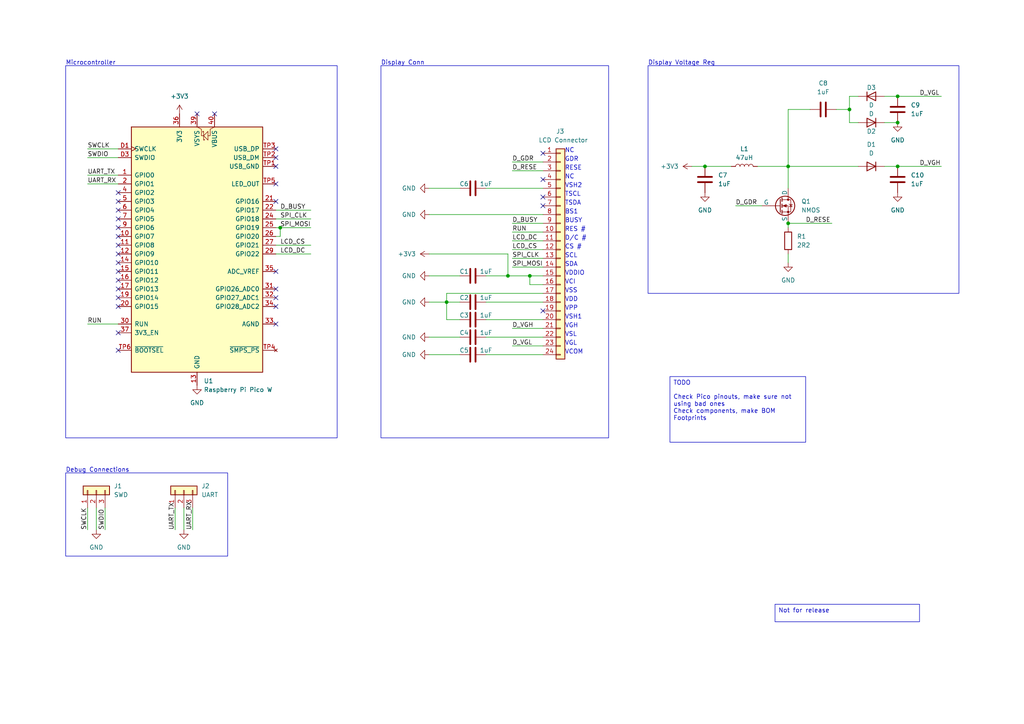
<source format=kicad_sch>
(kicad_sch (version 20230121) (generator eeschema)
  (paper "A4")
  (title_block (title "Weatherbox Base PCB") (date "2023-06-17") (rev "1") (company "George Peppard") (comment 1 "github.com/inventor02/weatherbox") (comment 3 "see hardware/LICENSE in the source repository. (c) George Peppard 2023.") (comment 4 "Licensed under the CERN Open Hardware License Version 2 - Permissive. For details,"))
  (lib_symbols
    (symbol "Connector_Generic:Conn_01x03" (pin_names (offset 1.016) hide)
      (property "Reference" "J" (at 0 5.08 0))
      (property "Value" "Conn_01x03" (at 0 -5.08 0))
      (symbol "Conn_01x03_1_1"
        (rectangle (start -1.27 -2.413) (end 0 -2.667) (stroke (width 0.1524)))
        (rectangle (start -1.27 0.127) (end 0 -0.127) (stroke (width 0.1524)))
        (rectangle (start -1.27 2.667) (end 0 2.413) (stroke (width 0.1524)))
        (rectangle (start -1.27 3.81) (end 1.27 -3.81) (stroke (width 0.254)) (fill (type background)))
        (pin passive line (at -5.08 2.54 0) (length 3.81) (name "Pin_1") (number "1"))
        (pin passive line (at -5.08 0 0) (length 3.81) (name "Pin_2") (number "2"))
        (pin passive line (at -5.08 -2.54 0) (length 3.81) (name "Pin_3") (number "3"))
      )
    )
    (symbol "Connector_Generic:Conn_01x24" (pin_names (offset 1.016) hide)
      (property "Reference" "J" (at 0 30.48 0))
      (property "Value" "Conn_01x24" (at 0 -33.02 0))
      (symbol "Conn_01x24_1_1"
        (rectangle (start -1.27 -30.353) (end 0 -30.607) (stroke (width 0.1524)))
        (rectangle (start -1.27 -27.813) (end 0 -28.067) (stroke (width 0.1524)))
        (rectangle (start -1.27 -25.273) (end 0 -25.527) (stroke (width 0.1524)))
        (rectangle (start -1.27 -22.733) (end 0 -22.987) (stroke (width 0.1524)))
        (rectangle (start -1.27 -20.193) (end 0 -20.447) (stroke (width 0.1524)))
        (rectangle (start -1.27 -17.653) (end 0 -17.907) (stroke (width 0.1524)))
        (rectangle (start -1.27 -15.113) (end 0 -15.367) (stroke (width 0.1524)))
        (rectangle (start -1.27 -12.573) (end 0 -12.827) (stroke (width 0.1524)))
        (rectangle (start -1.27 -10.033) (end 0 -10.287) (stroke (width 0.1524)))
        (rectangle (start -1.27 -7.493) (end 0 -7.747) (stroke (width 0.1524)))
        (rectangle (start -1.27 -4.953) (end 0 -5.207) (stroke (width 0.1524)))
        (rectangle (start -1.27 -2.413) (end 0 -2.667) (stroke (width 0.1524)))
        (rectangle (start -1.27 0.127) (end 0 -0.127) (stroke (width 0.1524)))
        (rectangle (start -1.27 2.667) (end 0 2.413) (stroke (width 0.1524)))
        (rectangle (start -1.27 5.207) (end 0 4.953) (stroke (width 0.1524)))
        (rectangle (start -1.27 7.747) (end 0 7.493) (stroke (width 0.1524)))
        (rectangle (start -1.27 10.287) (end 0 10.033) (stroke (width 0.1524)))
        (rectangle (start -1.27 12.827) (end 0 12.573) (stroke (width 0.1524)))
        (rectangle (start -1.27 15.367) (end 0 15.113) (stroke (width 0.1524)))
        (rectangle (start -1.27 17.907) (end 0 17.653) (stroke (width 0.1524)))
        (rectangle (start -1.27 20.447) (end 0 20.193) (stroke (width 0.1524)))
        (rectangle (start -1.27 22.987) (end 0 22.733) (stroke (width 0.1524)))
        (rectangle (start -1.27 25.527) (end 0 25.273) (stroke (width 0.1524)))
        (rectangle (start -1.27 28.067) (end 0 27.813) (stroke (width 0.1524)))
        (rectangle (start -1.27 29.21) (end 1.27 -31.75) (stroke (width 0.254)) (fill (type background)))
        (pin passive line (at -5.08 27.94 0) (length 3.81) (name "Pin_1") (number "1"))
        (pin passive line (at -5.08 5.08 0) (length 3.81) (name "Pin_10") (number "10"))
        (pin passive line (at -5.08 2.54 0) (length 3.81) (name "Pin_11") (number "11"))
        (pin passive line (at -5.08 0 0) (length 3.81) (name "Pin_12") (number "12"))
        (pin passive line (at -5.08 -2.54 0) (length 3.81) (name "Pin_13") (number "13"))
        (pin passive line (at -5.08 -5.08 0) (length 3.81) (name "Pin_14") (number "14"))
        (pin passive line (at -5.08 -7.62 0) (length 3.81) (name "Pin_15") (number "15"))
        (pin passive line (at -5.08 -10.16 0) (length 3.81) (name "Pin_16") (number "16"))
        (pin passive line (at -5.08 -12.7 0) (length 3.81) (name "Pin_17") (number "17"))
        (pin passive line (at -5.08 -15.24 0) (length 3.81) (name "Pin_18") (number "18"))
        (pin passive line (at -5.08 -17.78 0) (length 3.81) (name "Pin_19") (number "19"))
        (pin passive line (at -5.08 25.4 0) (length 3.81) (name "Pin_2") (number "2"))
        (pin passive line (at -5.08 -20.32 0) (length 3.81) (name "Pin_20") (number "20"))
        (pin passive line (at -5.08 -22.86 0) (length 3.81) (name "Pin_21") (number "21"))
        (pin passive line (at -5.08 -25.4 0) (length 3.81) (name "Pin_22") (number "22"))
        (pin passive line (at -5.08 -27.94 0) (length 3.81) (name "Pin_23") (number "23"))
        (pin passive line (at -5.08 -30.48 0) (length 3.81) (name "Pin_24") (number "24"))
        (pin passive line (at -5.08 22.86 0) (length 3.81) (name "Pin_3") (number "3"))
        (pin passive line (at -5.08 20.32 0) (length 3.81) (name "Pin_4") (number "4"))
        (pin passive line (at -5.08 17.78 0) (length 3.81) (name "Pin_5") (number "5"))
        (pin passive line (at -5.08 15.24 0) (length 3.81) (name "Pin_6") (number "6"))
        (pin passive line (at -5.08 12.7 0) (length 3.81) (name "Pin_7") (number "7"))
        (pin passive line (at -5.08 10.16 0) (length 3.81) (name "Pin_8") (number "8"))
        (pin passive line (at -5.08 7.62 0) (length 3.81) (name "Pin_9") (number "9"))
      )
    )
    (symbol "Device:C" (pin_numbers hide) (pin_names (offset 0.254))
      (property "Reference" "C" (at 0.635 2.54 0))
      (property "Value" "C" (at 0.635 -2.54 0))
      (symbol "C_0_1"
        (polyline (pts (xy -2.032 -0.762) (xy 2.032 -0.762)) (stroke (width 0.508)))
        (polyline (pts (xy -2.032 0.762) (xy 2.032 0.762)) (stroke (width 0.508)))
      )
      (symbol "C_1_1"
        (pin passive line (at 0 3.81 270) (length 2.794) (name "~") (number "1"))
        (pin passive line (at 0 -3.81 90) (length 2.794) (name "~") (number "2"))
      )
    )
    (symbol "Device:D" (pin_numbers hide) (pin_names (offset 1.016) hide)
      (property "Reference" "D" (at 0 2.54 0))
      (property "Value" "D" (at 0 -2.54 0))
      (symbol "D_0_1"
        (polyline (pts (xy -1.27 1.27) (xy -1.27 -1.27)) (stroke (width 0.254)))
        (polyline (pts (xy 1.27 0) (xy -1.27 0)))
        (polyline (pts (xy 1.27 1.27) (xy 1.27 -1.27) (xy -1.27 0) (xy 1.27 1.27)) (stroke (width 0.254)))
      )
      (symbol "D_1_1"
        (pin passive line (at -3.81 0 0) (length 2.54) (name "K") (number "1"))
        (pin passive line (at 3.81 0 180) (length 2.54) (name "A") (number "2"))
      )
    )
    (symbol "Device:L" (pin_numbers hide) (pin_names (offset 1.016) hide)
      (property "Reference" "L" (at -1.27 0 90))
      (property "Value" "L" (at 1.905 0 90))
      (symbol "L_0_1"
        (arc (start 0 -2.54) (mid 0.6323 -1.905) (end 0 -1.27))
        (arc (start 0 -1.27) (mid 0.6323 -0.635) (end 0 0))
        (arc (start 0 0) (mid 0.6323 0.635) (end 0 1.27))
        (arc (start 0 1.27) (mid 0.6323 1.905) (end 0 2.54))
      )
      (symbol "L_1_1"
        (pin passive line (at 0 3.81 270) (length 1.27) (name "1") (number "1"))
        (pin passive line (at 0 -3.81 90) (length 1.27) (name "2") (number "2"))
      )
    )
    (symbol "Device:R" (pin_numbers hide) (pin_names (offset 0))
      (property "Reference" "R" (at 2.032 0 90))
      (property "Value" "R" (at 0 0 90))
      (symbol "R_0_1"
        (rectangle (start -1.016 -2.54) (end 1.016 2.54) (stroke (width 0.254)))
      )
      (symbol "R_1_1"
        (pin passive line (at 0 3.81 270) (length 1.27) (name "~") (number "1"))
        (pin passive line (at 0 -3.81 90) (length 1.27) (name "~") (number "2"))
      )
    )
    (symbol "MCU_Module_RaspberryPi_Pico:RaspberryPi_Pico_W_SecondaryPins" (pin_names (offset 0.889))
      (property "Reference" "U" (at -19.05 38.1 0))
      (property "Value" "RaspberryPi_Pico_W_SecondaryPins" (at 7.62 38.1 0))
      (symbol "RaspberryPi_Pico_W_SecondaryPins_0_1"
        (rectangle (start -19.05 36.83) (end 19.05 -34.29) (stroke (width 0.254)) (fill (type background)))
        (polyline (pts (xy 0 36.83) (xy 1.27 36.195) (xy 1.27 34.29) (xy 1.905 34.29)))
        (polyline (pts (xy 1.905 34.29) (xy 3.175 35.56) (xy 3.175 33.02) (xy 1.905 34.29)))
        (polyline (pts (xy 5.08 36.83) (xy 3.81 36.195) (xy 3.81 34.29) (xy 3.175 34.29)))
        (polyline (pts (xy 1.651 35.306) (xy 1.651 35.56) (xy 1.905 35.56) (xy 1.905 33.02) (xy 2.159 33.02) (xy 2.159 33.274)))
      )
      (symbol "RaspberryPi_Pico_W_SecondaryPins_1_1"
        (pin bidirectional line (at -22.86 22.86 0) (length 3.81) (name "GPIO0") (number "1"))
        (pin bidirectional line (at -22.86 5.08 0) (length 3.81) (name "GPIO7") (number "10"))
        (pin bidirectional line (at -22.86 2.54 0) (length 3.81) (name "GPIO8") (number "11"))
        (pin bidirectional line (at -22.86 0 0) (length 3.81) (name "GPIO9") (number "12"))
        (pin power_out line (at 0 -38.1 90) (length 3.81) (name "GND") (number "13"))
        (pin bidirectional line (at -22.86 -2.54 0) (length 3.81) (name "GPIO10") (number "14"))
        (pin bidirectional line (at -22.86 -5.08 0) (length 3.81) (name "GPIO11") (number "15"))
        (pin bidirectional line (at -22.86 -7.62 0) (length 3.81) (name "GPIO12") (number "16"))
        (pin bidirectional line (at -22.86 -10.16 0) (length 3.81) (name "GPIO13") (number "17"))
        (pin passive line (at 0 -38.1 90) (length 3.81) hide (name "GND") (number "18"))
        (pin bidirectional line (at -22.86 -12.7 0) (length 3.81) (name "GPIO14") (number "19"))
        (pin bidirectional line (at -22.86 20.32 0) (length 3.81) (name "GPIO1") (number "2"))
        (pin bidirectional line (at -22.86 -15.24 0) (length 3.81) (name "GPIO15") (number "20"))
        (pin bidirectional line (at 22.86 15.24 180) (length 3.81) (name "GPIO16") (number "21"))
        (pin bidirectional line (at 22.86 12.7 180) (length 3.81) (name "GPIO17") (number "22"))
        (pin passive line (at 0 -38.1 90) (length 3.81) hide (name "GND") (number "23"))
        (pin bidirectional line (at 22.86 10.16 180) (length 3.81) (name "GPIO18") (number "24"))
        (pin bidirectional line (at 22.86 7.62 180) (length 3.81) (name "GPIO19") (number "25"))
        (pin bidirectional line (at 22.86 5.08 180) (length 3.81) (name "GPIO20") (number "26"))
        (pin bidirectional line (at 22.86 2.54 180) (length 3.81) (name "GPIO21") (number "27"))
        (pin passive line (at 0 -38.1 90) (length 3.81) hide (name "GND") (number "28"))
        (pin bidirectional line (at 22.86 0 180) (length 3.81) (name "GPIO22") (number "29"))
        (pin passive line (at 0 -38.1 90) (length 3.81) hide (name "GND") (number "3"))
        (pin input line (at -22.86 -20.32 0) (length 3.81) (name "RUN") (number "30"))
        (pin bidirectional line (at 22.86 -10.16 180) (length 3.81) (name "GPIO26_ADC0") (number "31"))
        (pin bidirectional line (at 22.86 -12.7 180) (length 3.81) (name "GPIO27_ADC1") (number "32"))
        (pin power_in line (at 22.86 -20.32 180) (length 3.81) (name "AGND") (number "33"))
        (pin bidirectional line (at 22.86 -15.24 180) (length 3.81) (name "GPIO28_ADC2") (number "34"))
        (pin power_in line (at 22.86 -5.08 180) (length 3.81) (name "ADC_VREF") (number "35"))
        (pin power_out line (at -5.08 40.64 270) (length 3.81) (name "3V3") (number "36"))
        (pin input line (at -22.86 -22.86 0) (length 3.81) (name "3V3_EN") (number "37"))
        (pin passive line (at 0 -38.1 90) (length 3.81) hide (name "GND") (number "38"))
        (pin power_in line (at 0 40.64 270) (length 3.81) (name "VSYS") (number "39"))
        (pin bidirectional line (at -22.86 17.78 0) (length 3.81) (name "GPIO2") (number "4"))
        (pin power_out line (at 5.08 40.64 270) (length 3.81) (name "VBUS") (number "40"))
        (pin bidirectional line (at -22.86 15.24 0) (length 3.81) (name "GPIO3") (number "5"))
        (pin bidirectional line (at -22.86 12.7 0) (length 3.81) (name "GPIO4") (number "6"))
        (pin bidirectional line (at -22.86 10.16 0) (length 3.81) (name "GPIO5") (number "7"))
        (pin passive line (at 0 -38.1 90) (length 3.81) hide (name "GND") (number "8"))
        (pin bidirectional line (at -22.86 7.62 0) (length 3.81) (name "GPIO6") (number "9"))
        (pin input clock (at -22.86 30.48 0) (length 3.81) (name "SWCLK") (number "D1"))
        (pin passive line (at 0 -38.1 90) (length 3.81) hide (name "GND") (number "D2"))
        (pin bidirectional line (at -22.86 27.94 0) (length 3.81) (name "SWDIO") (number "D3"))
        (pin power_out line (at 22.86 25.4 180) (length 3.81) (name "USB_GND") (number "TP1"))
        (pin bidirectional line (at 22.86 27.94 180) (length 3.81) (name "USB_DM") (number "TP2"))
        (pin bidirectional line (at 22.86 30.48 180) (length 3.81) (name "USB_DP") (number "TP3"))
        (pin no_connect line (at 22.86 -27.94 180) (length 3.81) (name "~{SMPS_PS}") (number "TP4"))
        (pin output line (at 22.86 20.32 180) (length 3.81) (name "LED_OUT") (number "TP5"))
        (pin input line (at -22.86 -27.94 0) (length 3.81) (name "~{BOOTSEL}") (number "TP6"))
      )
    )
    (symbol "Simulation_SPICE:NMOS" (pin_numbers hide) (pin_names (offset 0))
      (property "Reference" "Q" (at 5.08 1.27 0))
      (property "Value" "NMOS" (at 5.08 -1.27 0))
      (symbol "NMOS_0_1"
        (polyline (pts (xy 0.254 0) (xy -2.54 0)))
        (polyline (pts (xy 0.254 1.905) (xy 0.254 -1.905)) (stroke (width 0.254)))
        (polyline (pts (xy 0.762 -1.27) (xy 0.762 -2.286)) (stroke (width 0.254)))
        (polyline (pts (xy 0.762 0.508) (xy 0.762 -0.508)) (stroke (width 0.254)))
        (polyline (pts (xy 0.762 2.286) (xy 0.762 1.27)) (stroke (width 0.254)))
        (polyline (pts (xy 2.54 2.54) (xy 2.54 1.778)))
        (polyline (pts (xy 2.54 -2.54) (xy 2.54 0) (xy 0.762 0)))
        (polyline (pts (xy 0.762 -1.778) (xy 3.302 -1.778) (xy 3.302 1.778) (xy 0.762 1.778)))
        (polyline (pts (xy 1.016 0) (xy 2.032 0.381) (xy 2.032 -0.381) (xy 1.016 0)) (fill (type outline)))
        (polyline (pts (xy 2.794 0.508) (xy 2.921 0.381) (xy 3.683 0.381) (xy 3.81 0.254)))
        (polyline (pts (xy 3.302 0.381) (xy 2.921 -0.254) (xy 3.683 -0.254) (xy 3.302 0.381)))
        (circle (center 1.651 0) (radius 2.794) (stroke (width 0.254)))
        (circle (center 2.54 -1.778) (radius 0.254) (fill (type outline)))
        (circle (center 2.54 1.778) (radius 0.254) (fill (type outline)))
      )
      (symbol "NMOS_1_1"
        (pin passive line (at 2.54 5.08 270) (length 2.54) (name "D") (number "1"))
        (pin input line (at -5.08 0 0) (length 2.54) (name "G") (number "2"))
        (pin passive line (at 2.54 -5.08 90) (length 2.54) (name "S") (number "3"))
      )
    )
    (symbol "power:+3V3" (power) (pin_names (offset 0))
      (property "Value" "+3V3" (at 0 3.556 0))
      (symbol "+3V3_0_1"
        (polyline (pts (xy -0.762 1.27) (xy 0 2.54)))
        (polyline (pts (xy 0 0) (xy 0 2.54)))
        (polyline (pts (xy 0 2.54) (xy 0.762 1.27)))
      )
      (symbol "+3V3_1_1"
        (pin power_in line (at 0 0 90) (length 0) hide (name "+3V3") (number "1"))
      )
    )
    (symbol "power:GND" (power) (pin_names (offset 0))
      (property "Value" "GND" (at 0 -3.81 0))
      (symbol "GND_0_1"
        (polyline (pts (xy 0 0) (xy 0 -1.27) (xy 1.27 -1.27) (xy 0 -2.54) (xy -1.27 -1.27) (xy 0 -1.27)))
      )
      (symbol "GND_1_1"
        (pin power_in line (at 0 0 270) (length 0) hide (name "GND") (number "1"))
      )
    )
  )
  (junction (at 147.32 80.01))
  (junction (at 129.54 87.63))
  (junction (at 260.35 27.94))
  (junction (at 228.6 48.26))
  (junction (at 246.38 31.75))
  (junction (at 153.67 80.01))
  (junction (at 204.47 48.26))
  (junction (at 260.35 35.56))
  (junction (at 81.28 66.04))
  (junction (at 228.6 64.77))
  (junction (at 260.35 48.26))
  (no_connect (at 80.01 88.9))
  (no_connect (at 157.48 44.45))
  (no_connect (at 34.29 86.36))
  (no_connect (at 34.29 81.28))
  (no_connect (at 57.15 33.02))
  (no_connect (at 80.01 43.18))
  (no_connect (at 34.29 68.58))
  (no_connect (at 34.29 58.42))
  (no_connect (at 34.29 66.04))
  (no_connect (at 34.29 76.2))
  (no_connect (at 34.29 73.66))
  (no_connect (at 34.29 78.74))
  (no_connect (at 157.48 52.07))
  (no_connect (at 157.48 59.69))
  (no_connect (at 34.29 101.6))
  (no_connect (at 80.01 83.82))
  (no_connect (at 62.23 33.02))
  (no_connect (at 34.29 55.88))
  (no_connect (at 80.01 45.72))
  (no_connect (at 80.01 53.34))
  (no_connect (at 80.01 78.74))
  (no_connect (at 80.01 86.36))
  (no_connect (at 157.48 90.17))
  (no_connect (at 80.01 48.26))
  (no_connect (at 157.48 57.15))
  (no_connect (at 80.01 58.42))
  (no_connect (at 34.29 96.52))
  (no_connect (at 34.29 63.5))
  (no_connect (at 34.29 88.9))
  (no_connect (at 34.29 60.96))
  (no_connect (at 34.29 71.12))
  (no_connect (at 34.29 83.82))
  (no_connect (at 80.01 93.98))
  (wire (pts (xy 228.6 48.26) (xy 228.6 54.61)))
  (wire (pts (xy 30.48 147.32) (xy 30.48 153.67)))
  (wire (pts (xy 213.36 59.69) (xy 220.98 59.69)))
  (wire (pts (xy 157.48 85.09) (xy 129.54 85.09)))
  (wire (pts (xy 80.01 60.96) (xy 90.17 60.96)))
  (wire (pts (xy 148.59 49.53) (xy 157.48 49.53)))
  (wire (pts (xy 124.46 73.66) (xy 147.32 73.66)))
  (wire (pts (xy 80.01 73.66) (xy 90.17 73.66)))
  (wire (pts (xy 133.35 92.71) (xy 129.54 92.71)))
  (wire (pts (xy 148.59 95.25) (xy 157.48 95.25)))
  (wire (pts (xy 256.54 27.94) (xy 260.35 27.94)))
  (wire (pts (xy 81.28 66.04) (xy 90.17 66.04)))
  (wire (pts (xy 148.59 46.99) (xy 157.48 46.99)))
  (wire (pts (xy 248.92 27.94) (xy 246.38 27.94)))
  (wire (pts (xy 246.38 27.94) (xy 246.38 31.75)))
  (wire (pts (xy 124.46 87.63) (xy 129.54 87.63)))
  (wire (pts (xy 124.46 97.79) (xy 133.35 97.79)))
  (wire (pts (xy 25.4 53.34) (xy 34.29 53.34)))
  (wire (pts (xy 124.46 80.01) (xy 133.35 80.01)))
  (wire (pts (xy 228.6 31.75) (xy 228.6 48.26)))
  (wire (pts (xy 234.95 31.75) (xy 228.6 31.75)))
  (wire (pts (xy 124.46 54.61) (xy 133.35 54.61)))
  (wire (pts (xy 256.54 35.56) (xy 260.35 35.56)))
  (wire (pts (xy 25.4 45.72) (xy 34.29 45.72)))
  (wire (pts (xy 148.59 67.31) (xy 157.48 67.31)))
  (wire (pts (xy 148.59 77.47) (xy 157.48 77.47)))
  (wire (pts (xy 153.67 82.55) (xy 157.48 82.55)))
  (wire (pts (xy 148.59 72.39) (xy 157.48 72.39)))
  (wire (pts (xy 25.4 147.32) (xy 25.4 153.67)))
  (wire (pts (xy 200.66 48.26) (xy 204.47 48.26)))
  (wire (pts (xy 148.59 64.77) (xy 157.48 64.77)))
  (wire (pts (xy 157.48 92.71) (xy 140.97 92.71)))
  (wire (pts (xy 228.6 64.77) (xy 241.3 64.77)))
  (wire (pts (xy 246.38 31.75) (xy 246.38 35.56)))
  (wire (pts (xy 81.28 66.04) (xy 81.28 68.58)))
  (wire (pts (xy 204.47 48.26) (xy 212.09 48.26)))
  (wire (pts (xy 25.4 43.18) (xy 34.29 43.18)))
  (wire (pts (xy 153.67 80.01) (xy 157.48 80.01)))
  (wire (pts (xy 80.01 66.04) (xy 81.28 66.04)))
  (wire (pts (xy 140.97 54.61) (xy 157.48 54.61)))
  (wire (pts (xy 80.01 63.5) (xy 90.17 63.5)))
  (wire (pts (xy 27.94 147.32) (xy 27.94 153.67)))
  (wire (pts (xy 80.01 68.58) (xy 81.28 68.58)))
  (wire (pts (xy 55.88 147.32) (xy 55.88 153.67)))
  (wire (pts (xy 153.67 80.01) (xy 153.67 82.55)))
  (wire (pts (xy 147.32 73.66) (xy 147.32 80.01)))
  (wire (pts (xy 53.34 147.32) (xy 53.34 153.67)))
  (wire (pts (xy 219.71 48.26) (xy 228.6 48.26)))
  (wire (pts (xy 228.6 48.26) (xy 248.92 48.26)))
  (wire (pts (xy 129.54 87.63) (xy 133.35 87.63)))
  (wire (pts (xy 228.6 64.77) (xy 228.6 66.04)))
  (wire (pts (xy 148.59 69.85) (xy 157.48 69.85)))
  (wire (pts (xy 228.6 73.66) (xy 228.6 76.2)))
  (wire (pts (xy 124.46 62.23) (xy 157.48 62.23)))
  (wire (pts (xy 129.54 92.71) (xy 129.54 87.63)))
  (wire (pts (xy 50.8 147.32) (xy 50.8 153.67)))
  (wire (pts (xy 129.54 85.09) (xy 129.54 87.63)))
  (wire (pts (xy 256.54 48.26) (xy 260.35 48.26)))
  (wire (pts (xy 140.97 80.01) (xy 147.32 80.01)))
  (wire (pts (xy 80.01 71.12) (xy 90.17 71.12)))
  (wire (pts (xy 140.97 102.87) (xy 157.48 102.87)))
  (wire (pts (xy 148.59 74.93) (xy 157.48 74.93)))
  (wire (pts (xy 140.97 87.63) (xy 157.48 87.63)))
  (wire (pts (xy 242.57 31.75) (xy 246.38 31.75)))
  (wire (pts (xy 25.4 50.8) (xy 34.29 50.8)))
  (wire (pts (xy 246.38 35.56) (xy 248.92 35.56)))
  (wire (pts (xy 124.46 102.87) (xy 133.35 102.87)))
  (wire (pts (xy 260.35 27.94) (xy 273.05 27.94)))
  (wire (pts (xy 140.97 97.79) (xy 157.48 97.79)))
  (wire (pts (xy 260.35 48.26) (xy 273.05 48.26)))
  (wire (pts (xy 147.32 80.01) (xy 153.67 80.01)))
  (wire (pts (xy 25.4 93.98) (xy 34.29 93.98)))
  (wire (pts (xy 148.59 100.33) (xy 157.48 100.33)))
  (rectangle (start 110.49 19.05) (end 176.53 127))
  (rectangle (start 187.96 19.05) (end 278.13 85.09))
  (rectangle (start 19.05 137.16) (end 66.04 161.29))
  (rectangle (start 19.05 19.05) (end 97.79 127))
  (text_box "Not for release" (at 224.79 175.26 0) (size 41.91 5.08) (effects (font (size 1.27 1.27)) (justify left top)))
  (text_box "TODO\n\nCheck Pico pinouts, make sure not using bad ones\nCheck components, make BOM\nFootprints" (at 194.31 109.22 0) (size 39.37 19.05) (effects (font (size 1.27 1.27)) (justify left top)))
  (text "Microcontroller" (at 19.05 19.05 0) (effects (font (size 1.27 1.27)) (justify left bottom)))
  (text "NC" (at 163.83 44.45 0) (effects (font (size 1.27 1.27)) (justify left bottom)))
  (text "NC" (at 163.83 52.07 0) (effects (font (size 1.27 1.27)) (justify left bottom)))
  (text "TSCL" (at 163.8139 57.1149 0) (effects (font (size 1.27 1.27)) (justify left bottom)))
  (text "RESE" (at 163.83 49.53 0) (effects (font (size 1.27 1.27)) (justify left bottom)))
  (text "VGH" (at 163.83 95.25 0) (effects (font (size 1.27 1.27)) (justify left bottom)))
  (text "Display Voltage Reg" (at 187.96 19.05 0) (effects (font (size 1.27 1.27)) (justify left bottom)))
  (text "VGL" (at 163.83 100.33 0) (effects (font (size 1.27 1.27)) (justify left bottom)))
  (text "BS1" (at 163.83 62.23 0) (effects (font (size 1.27 1.27)) (justify left bottom)))
  (text "TSDA" (at 163.83 59.69 0) (effects (font (size 1.27 1.27)) (justify left bottom)))
  (text "SCL" (at 163.83 74.93 0) (effects (font (size 1.27 1.27)) (justify left bottom)))
  (text "VSL" (at 163.83 97.79 0) (effects (font (size 1.27 1.27)) (justify left bottom)))
  (text "Debug Connections" (at 19.05 137.16 0) (effects (font (size 1.27 1.27)) (justify left bottom)))
  (text "VSS" (at 163.83 85.09 0) (effects (font (size 1.27 1.27)) (justify left bottom)))
  (text "VDDIO" (at 163.83 80.01 0) (effects (font (size 1.27 1.27)) (justify left bottom)))
  (text "Display Conn" (at 110.49 19.05 0) (effects (font (size 1.27 1.27)) (justify left bottom)))
  (text "GDR" (at 163.83 46.99 0) (effects (font (size 1.27 1.27)) (justify left bottom)))
  (text "VCOM" (at 163.83 102.87 0) (effects (font (size 1.27 1.27)) (justify left bottom)))
  (text "SDA" (at 163.83 77.47 0) (effects (font (size 1.27 1.27)) (justify left bottom)))
  (text "VSH1" (at 163.83 92.71 0) (effects (font (size 1.27 1.27)) (justify left bottom)))
  (text "RES #" (at 163.83 67.31 0) (effects (font (size 1.27 1.27)) (justify left bottom)))
  (text "VSH2" (at 163.83 54.61 0) (effects (font (size 1.27 1.27)) (justify left bottom)))
  (text "D/C #" (at 163.83 69.85 0) (effects (font (size 1.27 1.27)) (justify left bottom)))
  (text "VCI" (at 163.83 82.55 0) (effects (font (size 1.27 1.27)) (justify left bottom)))
  (text "VPP" (at 163.83 90.17 0) (effects (font (size 1.27 1.27)) (justify left bottom)))
  (text "VDD" (at 163.83 87.63 0) (effects (font (size 1.27 1.27)) (justify left bottom)))
  (text "CS #" (at 163.83 72.39 0) (effects (font (size 1.27 1.27)) (justify left bottom)))
  (text "BUSY" (at 163.83 64.77 0) (effects (font (size 1.27 1.27)) (justify left bottom)))
  (label "SWCLK" (at 25.4 153.67 90))
  (label "LCD_DC" (at 148.59 69.85 0))
  (label "UART_RX" (at 25.4 53.34 0))
  (label "UART_TX" (at 50.8 153.67 90))
  (label "SPI_MOSI" (at 148.59 77.47 0))
  (label "D_VGL" (at 266.7 27.94 0))
  (label "LCD_CS" (at 81.28 71.12 0))
  (label "D_VGH" (at 266.7 48.26 0))
  (label "LCD_DC" (at 81.28 73.66 0))
  (label "SPI_CLK" (at 81.28 63.5 0))
  (label "RUN" (at 25.4 93.98 0))
  (label "RUN" (at 148.59 67.31 0))
  (label "D_GDR" (at 148.59 46.99 0))
  (label "LCD_CS" (at 148.59 72.39 0))
  (label "D_BUSY" (at 81.28 60.96 0))
  (label "SWDIO" (at 25.4 45.72 0))
  (label "D_RESE" (at 233.68 64.77 0))
  (label "UART_TX" (at 25.4 50.8 0))
  (label "D_BUSY" (at 148.59 64.77 0))
  (label "SWDIO" (at 30.48 153.67 90))
  (label "D_VGL" (at 148.59 100.33 0))
  (label "SPI_MOSI" (at 81.28 66.04 0))
  (label "SWCLK" (at 25.4 43.18 0))
  (label "SPI_CLK" (at 148.59 74.93 0))
  (label "D_VGH" (at 148.59 95.25 0))
  (label "D_RESE" (at 148.59 49.53 0))
  (label "UART_RX" (at 55.88 153.67 90))
  (label "D_GDR" (at 213.36 59.69 0))
  (symbol (lib_id "power:GND") (at 57.15 111.76 0) (unit 1)
    (property "Reference" "#PWR01" (effects hide))
    (property "Value" "GND" (at 57.15 116.84 0))
  )
  (symbol (lib_id "Connector_Generic:Conn_01x03") (at 53.34 142.24 90) (unit 1)
    (property "Reference" "J2" (at 58.42 140.97 90) (effects (justify right)))
    (property "Value" "UART" (at 58.42 143.51 90) (effects (justify right)))
    (property "Footprint" "Connector_JST:JST_SH_SM03B-SRSS-TB_1x03-1MP_P1.00mm_Horizontal" (effects hide))
  )
  (symbol (lib_id "power:+3V3") (at 124.46 73.66 90) (unit 1)
    (property "Reference" "#PWR06" (effects hide))
    (property "Value" "+3V3" (at 120.65 73.66 90) (effects (justify left)))
  )
  (symbol (lib_id "Device:C") (at 137.16 54.61 90) (unit 1)
    (property "Reference" "C6" (at 134.62 53.34 90))
    (property "Value" "1uF" (at 140.97 53.34 90))
  )
  (symbol (lib_id "power:GND") (at 124.46 62.23 270) (unit 1)
    (property "Reference" "#PWR011" (effects hide))
    (property "Value" "GND" (at 118.6105 62.232 90))
  )
  (symbol (lib_id "power:GND") (at 260.35 35.56 0) (unit 1)
    (property "Reference" "#PWR015" (effects hide))
    (property "Value" "GND" (at 260.35 40.64 0))
  )
  (symbol (lib_id "MCU_Module_RaspberryPi_Pico:RaspberryPi_Pico_W_SecondaryPins") (at 57.15 73.66 0) (unit 1)
    (property "Reference" "U1" (at 59.1059 110.49 0) (effects (justify left)))
    (property "Value" "Raspberry Pi Pico W" (at 59.1059 113.03 0) (effects (justify left)))
    (property "Footprint" "Module_RaspberryPi_Pico:RaspberryPi_Pico_W_SMD_MountingHoles_Castellated_HandSolder" (effects hide))
    (property "Datasheet" "https://datasheets.raspberrypi.com/picow/pico-w-datasheet.pdf" (effects hide))
  )
  (symbol (lib_id "Device:R") (at 228.6 69.85 0) (unit 1)
    (property "Reference" "R1" (at 231.14 68.58 0) (effects (justify left)))
    (property "Value" "2R2" (at 231.14 71.12 0) (effects (justify left)))
  )
  (symbol (lib_id "Device:C") (at 137.16 97.79 90) (unit 1)
    (property "Reference" "C4" (at 134.62 96.52 90))
    (property "Value" "1uF" (at 140.97 96.52 90))
  )
  (symbol (lib_id "power:GND") (at 53.34 153.67 0) (unit 1)
    (property "Reference" "#PWR03" (effects hide))
    (property "Value" "GND" (at 53.34 158.75 0))
  )
  (symbol (lib_id "Device:C") (at 137.16 102.87 90) (unit 1)
    (property "Reference" "C5" (at 134.62 101.6 90))
    (property "Value" "1uF" (at 140.97 101.6 90))
  )
  (symbol (lib_id "power:+3V3") (at 200.66 48.26 90) (unit 1)
    (property "Reference" "#PWR012" (effects hide))
    (property "Value" "+3V3" (at 196.85 48.26 90) (effects (justify left)))
  )
  (symbol (lib_id "Connector_Generic:Conn_01x24") (at 162.56 72.39 0) (unit 1)
    (property "Reference" "J3" (at 161.29 38.1 0) (effects (justify left)))
    (property "Value" "LCD Connector" (at 156.21 40.64 0) (effects (justify left)))
  )
  (symbol (lib_id "Device:C") (at 260.35 52.07 0) (unit 1)
    (property "Reference" "C10" (at 264.16 50.8 0) (effects (justify left)))
    (property "Value" "1uF" (at 264.16 53.34 0) (effects (justify left)))
  )
  (symbol (lib_id "Device:C") (at 137.16 92.71 90) (unit 1)
    (property "Reference" "C3" (at 134.62 91.44 90))
    (property "Value" "1uF" (at 140.97 91.44 90))
  )
  (symbol (lib_id "Device:C") (at 260.35 31.75 0) (unit 1)
    (property "Reference" "C9" (at 264.16 30.48 0) (effects (justify left)))
    (property "Value" "1uF" (at 264.16 33.02 0) (effects (justify left)))
  )
  (symbol (lib_id "power:GND") (at 228.6 76.2 0) (unit 1)
    (property "Reference" "#PWR014" (effects hide))
    (property "Value" "GND" (at 228.6 81.28 0))
  )
  (symbol (lib_id "Device:C") (at 204.47 52.07 0) (unit 1)
    (property "Reference" "C7" (at 208.28 50.8 0) (effects (justify left)))
    (property "Value" "1uF" (at 208.28 53.34 0) (effects (justify left)))
  )
  (symbol (lib_id "power:GND") (at 124.46 102.87 270) (unit 1)
    (property "Reference" "#PWR09" (effects hide))
    (property "Value" "GND" (at 120.65 102.87 90) (effects (justify right)))
  )
  (symbol (lib_id "Device:L") (at 215.9 48.26 90) (unit 1)
    (property "Reference" "L1" (at 215.9 43.18 90))
    (property "Value" "47uH" (at 215.9 45.72 90))
  )
  (symbol (lib_id "power:GND") (at 124.46 80.01 270) (unit 1)
    (property "Reference" "#PWR05" (effects hide))
    (property "Value" "GND" (at 120.65 80.01 90) (effects (justify right)))
  )
  (symbol (lib_id "Device:D") (at 252.73 27.94 0) (unit 1)
    (property "Reference" "D3" (at 252.73 25.4 0))
    (property "Value" "D" (at 252.73 30.48 0))
    (property "Sim.Device" "D" (effects hide))
    (property "Sim.Pins" "1=K 2=A" (effects hide))
  )
  (symbol (lib_id "power:GND") (at 124.46 87.63 270) (unit 1)
    (property "Reference" "#PWR07" (effects hide))
    (property "Value" "GND" (at 120.65 87.63 90) (effects (justify right)))
  )
  (symbol (lib_id "Simulation_SPICE:NMOS") (at 226.06 59.69 0) (unit 1)
    (property "Reference" "Q1" (at 232.41 58.42 0) (effects (justify left)))
    (property "Value" "NMOS" (at 232.41 60.96 0) (effects (justify left)))
    (property "Datasheet" "https://ngspice.sourceforge.io/docs/ngspice-manual.pdf" (effects hide))
    (property "Sim.Device" "NMOS" (effects hide))
    (property "Sim.Type" "VDMOS" (effects hide))
    (property "Sim.Pins" "1=D 2=G 3=S" (effects hide))
  )
  (symbol (lib_id "power:GND") (at 124.46 97.79 270) (unit 1)
    (property "Reference" "#PWR08" (effects hide))
    (property "Value" "GND" (at 120.65 97.79 90) (effects (justify right)))
  )
  (symbol (lib_id "power:GND") (at 124.46 54.61 270) (unit 1)
    (property "Reference" "#PWR010" (effects hide))
    (property "Value" "GND" (at 120.65 54.61 90) (effects (justify right)))
  )
  (symbol (lib_id "Device:C") (at 137.16 80.01 90) (unit 1)
    (property "Reference" "C1" (at 134.62 78.74 90))
    (property "Value" "1uF" (at 140.97 78.74 90))
  )
  (symbol (lib_id "power:GND") (at 27.94 153.67 0) (unit 1)
    (property "Reference" "#PWR02" (effects hide))
    (property "Value" "GND" (at 27.94 158.75 0))
  )
  (symbol (lib_id "Device:D") (at 252.73 35.56 180) (unit 1)
    (property "Reference" "D2" (at 252.73 38.1 0))
    (property "Value" "D" (at 252.73 33.02 0))
    (property "Sim.Device" "D" (effects hide))
    (property "Sim.Pins" "1=K 2=A" (effects hide))
  )
  (symbol (lib_id "power:GND") (at 260.35 55.88 0) (unit 1)
    (property "Reference" "#PWR016" (effects hide))
    (property "Value" "GND" (at 260.35 60.96 0))
  )
  (symbol (lib_id "Device:C") (at 238.76 31.75 90) (unit 1)
    (property "Reference" "C8" (at 238.76 24.13 90))
    (property "Value" "1uF" (at 238.76 26.67 90))
  )
  (symbol (lib_id "Device:C") (at 137.16 87.63 90) (unit 1)
    (property "Reference" "C2" (at 134.62 86.36 90))
    (property "Value" "1uF" (at 140.97 86.36 90))
  )
  (symbol (lib_id "Connector_Generic:Conn_01x03") (at 27.94 142.24 90) (unit 1)
    (property "Reference" "J1" (at 33.02 140.97 90) (effects (justify right)))
    (property "Value" "SWD" (at 33.02 143.51 90) (effects (justify right)))
    (property "Footprint" "Connector_JST:JST_SH_SM03B-SRSS-TB_1x03-1MP_P1.00mm_Horizontal" (effects hide))
  )
  (symbol (lib_id "Device:D") (at 252.73 48.26 180) (unit 1)
    (property "Reference" "D1" (at 252.73 41.91 0))
    (property "Value" "D" (at 252.73 44.45 0))
    (property "Sim.Device" "D" (effects hide))
    (property "Sim.Pins" "1=K 2=A" (effects hide))
  )
  (symbol (lib_id "power:GND") (at 204.47 55.88 0) (unit 1)
    (property "Reference" "#PWR013" (effects hide))
    (property "Value" "GND" (at 204.47 60.96 0))
  )
  (symbol (lib_id "power:+3V3") (at 52.07 33.02 0) (unit 1)
    (property "Reference" "#PWR04" (effects hide))
    (property "Value" "+3V3" (at 52.07 27.94 0))
  )
)
</source>
